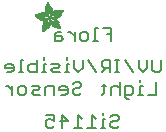
<source format=gbr>
G04 EAGLE Gerber RS-274X export*
G75*
%MOMM*%
%FSLAX34Y34*%
%LPD*%
%INSilkscreen Bottom*%
%IPPOS*%
%AMOC8*
5,1,8,0,0,1.08239X$1,22.5*%
G01*
%ADD10C,0.203200*%
%ADD11R,0.034300X0.003800*%
%ADD12R,0.057200X0.003800*%
%ADD13R,0.076200X0.003800*%
%ADD14R,0.091400X0.003800*%
%ADD15R,0.102900X0.003800*%
%ADD16R,0.114300X0.003900*%
%ADD17R,0.129500X0.003800*%
%ADD18R,0.137200X0.003800*%
%ADD19R,0.144800X0.003800*%
%ADD20R,0.152400X0.003800*%
%ADD21R,0.160000X0.003800*%
%ADD22R,0.171500X0.003800*%
%ADD23R,0.175300X0.003800*%
%ADD24R,0.182900X0.003800*%
%ADD25R,0.190500X0.003800*%
%ADD26R,0.194300X0.003900*%
%ADD27R,0.201900X0.003800*%
%ADD28R,0.209500X0.003800*%
%ADD29R,0.213400X0.003800*%
%ADD30R,0.221000X0.003800*%
%ADD31R,0.224800X0.003800*%
%ADD32R,0.232400X0.003800*%
%ADD33R,0.240000X0.003800*%
%ADD34R,0.243800X0.003800*%
%ADD35R,0.247600X0.003800*%
%ADD36R,0.255300X0.003900*%
%ADD37R,0.259100X0.003800*%
%ADD38R,0.262900X0.003800*%
%ADD39R,0.270500X0.003800*%
%ADD40R,0.274300X0.003800*%
%ADD41R,0.281900X0.003800*%
%ADD42R,0.285700X0.003800*%
%ADD43R,0.289500X0.003800*%
%ADD44R,0.297200X0.003800*%
%ADD45R,0.301000X0.003800*%
%ADD46R,0.304800X0.003900*%
%ADD47R,0.312400X0.003800*%
%ADD48R,0.316200X0.003800*%
%ADD49R,0.320000X0.003800*%
%ADD50R,0.327600X0.003800*%
%ADD51R,0.331500X0.003800*%
%ADD52R,0.339100X0.003800*%
%ADD53R,0.342900X0.003800*%
%ADD54R,0.346700X0.003800*%
%ADD55R,0.354300X0.003800*%
%ADD56R,0.358100X0.003900*%
%ADD57R,0.361900X0.003800*%
%ADD58R,0.369600X0.003800*%
%ADD59R,0.373400X0.003800*%
%ADD60R,0.377200X0.003800*%
%ADD61R,0.384800X0.003800*%
%ADD62R,0.388600X0.003800*%
%ADD63R,0.396200X0.003800*%
%ADD64R,0.400000X0.003800*%
%ADD65R,0.403800X0.003800*%
%ADD66R,0.411500X0.003900*%
%ADD67R,0.415300X0.003800*%
%ADD68R,0.419100X0.003800*%
%ADD69R,0.045700X0.003800*%
%ADD70R,0.426700X0.003800*%
%ADD71R,0.072400X0.003800*%
%ADD72R,0.430500X0.003800*%
%ADD73R,0.095300X0.003800*%
%ADD74R,0.438100X0.003800*%
%ADD75R,0.110500X0.003800*%
%ADD76R,0.441900X0.003800*%
%ADD77R,0.445800X0.003800*%
%ADD78R,0.144700X0.003800*%
%ADD79R,0.453400X0.003800*%
%ADD80R,0.457200X0.003800*%
%ADD81R,0.175300X0.003900*%
%ADD82R,0.461000X0.003900*%
%ADD83R,0.468600X0.003800*%
%ADD84R,0.205800X0.003800*%
%ADD85R,0.472400X0.003800*%
%ADD86R,0.217200X0.003800*%
%ADD87R,0.476200X0.003800*%
%ADD88R,0.483900X0.003800*%
%ADD89R,0.247700X0.003800*%
%ADD90R,0.487700X0.003800*%
%ADD91R,0.495300X0.003800*%
%ADD92R,0.499100X0.003800*%
%ADD93R,0.502900X0.003800*%
%ADD94R,0.510500X0.003800*%
%ADD95R,0.308600X0.003900*%
%ADD96R,0.514300X0.003900*%
%ADD97R,0.323800X0.003800*%
%ADD98R,0.518100X0.003800*%
%ADD99R,0.335300X0.003800*%
%ADD100R,0.525800X0.003800*%
%ADD101R,0.529600X0.003800*%
%ADD102R,0.358100X0.003800*%
%ADD103R,0.533400X0.003800*%
%ADD104R,0.537200X0.003800*%
%ADD105R,0.381000X0.003800*%
%ADD106R,0.544800X0.003800*%
%ADD107R,0.392400X0.003800*%
%ADD108R,0.548600X0.003800*%
%ADD109R,0.552400X0.003800*%
%ADD110R,0.556200X0.003800*%
%ADD111R,0.422900X0.003900*%
%ADD112R,0.560100X0.003900*%
%ADD113R,0.434300X0.003800*%
%ADD114R,0.563900X0.003800*%
%ADD115R,0.567700X0.003800*%
%ADD116R,0.461000X0.003800*%
%ADD117R,0.571500X0.003800*%
%ADD118R,0.575300X0.003800*%
%ADD119R,0.480100X0.003800*%
%ADD120R,0.579100X0.003800*%
%ADD121R,0.491500X0.003800*%
%ADD122R,0.582900X0.003800*%
%ADD123R,0.586700X0.003800*%
%ADD124R,0.510600X0.003800*%
%ADD125R,0.590500X0.003800*%
%ADD126R,0.522000X0.003800*%
%ADD127R,0.594300X0.003800*%
%ADD128R,0.533400X0.003900*%
%ADD129R,0.598200X0.003900*%
%ADD130R,0.541000X0.003800*%
%ADD131R,0.602000X0.003800*%
%ADD132R,0.552500X0.003800*%
%ADD133R,0.605800X0.003800*%
%ADD134R,0.560100X0.003800*%
%ADD135R,0.609600X0.003800*%
%ADD136R,0.613400X0.003800*%
%ADD137R,0.583000X0.003800*%
%ADD138R,0.617200X0.003800*%
%ADD139R,0.594400X0.003800*%
%ADD140R,0.621000X0.003800*%
%ADD141R,0.598200X0.003800*%
%ADD142R,0.624800X0.003800*%
%ADD143R,0.613500X0.003900*%
%ADD144R,0.628600X0.003900*%
%ADD145R,0.632400X0.003800*%
%ADD146R,0.628600X0.003800*%
%ADD147R,0.636300X0.003800*%
%ADD148R,0.640100X0.003800*%
%ADD149R,0.636200X0.003800*%
%ADD150R,0.643900X0.003800*%
%ADD151R,0.647700X0.003800*%
%ADD152R,0.651500X0.003800*%
%ADD153R,0.659100X0.003800*%
%ADD154R,0.659100X0.003900*%
%ADD155R,0.655300X0.003900*%
%ADD156R,0.662900X0.003800*%
%ADD157R,0.655300X0.003800*%
%ADD158R,0.670500X0.003800*%
%ADD159R,0.670600X0.003800*%
%ADD160R,0.674400X0.003800*%
%ADD161R,0.682000X0.003800*%
%ADD162R,0.666700X0.003800*%
%ADD163R,0.685800X0.003800*%
%ADD164R,0.689600X0.003800*%
%ADD165R,0.693400X0.003900*%
%ADD166R,0.674400X0.003900*%
%ADD167R,0.697200X0.003800*%
%ADD168R,0.678200X0.003800*%
%ADD169R,0.697300X0.003800*%
%ADD170R,0.701100X0.003800*%
%ADD171R,0.704900X0.003800*%
%ADD172R,0.708700X0.003800*%
%ADD173R,0.712500X0.003800*%
%ADD174R,0.716300X0.003800*%
%ADD175R,0.720100X0.003900*%
%ADD176R,0.689600X0.003900*%
%ADD177R,0.720000X0.003800*%
%ADD178R,0.693400X0.003800*%
%ADD179R,0.723900X0.003800*%
%ADD180R,0.727700X0.003800*%
%ADD181R,0.731500X0.003800*%
%ADD182R,0.701000X0.003800*%
%ADD183R,0.735300X0.003800*%
%ADD184R,0.731500X0.003900*%
%ADD185R,0.701000X0.003900*%
%ADD186R,0.704800X0.003800*%
%ADD187R,0.739100X0.003800*%
%ADD188R,0.743000X0.003800*%
%ADD189R,0.739200X0.003800*%
%ADD190R,0.743000X0.003900*%
%ADD191R,0.704800X0.003900*%
%ADD192R,0.746800X0.003800*%
%ADD193R,0.746800X0.003900*%
%ADD194R,0.742900X0.003800*%
%ADD195R,0.746700X0.003800*%
%ADD196R,0.746700X0.003900*%
%ADD197R,1.428800X0.003800*%
%ADD198R,1.424900X0.003800*%
%ADD199R,1.421100X0.003900*%
%ADD200R,1.421100X0.003800*%
%ADD201R,1.417300X0.003800*%
%ADD202R,1.413500X0.003800*%
%ADD203R,1.409700X0.003800*%
%ADD204R,1.405900X0.003800*%
%ADD205R,1.402100X0.003800*%
%ADD206R,1.398300X0.003800*%
%ADD207R,0.983000X0.003900*%
%ADD208R,0.384800X0.003900*%
%ADD209R,0.971600X0.003800*%
%ADD210R,0.963900X0.003800*%
%ADD211R,0.956300X0.003800*%
%ADD212R,0.365800X0.003800*%
%ADD213R,0.952500X0.003800*%
%ADD214R,0.941000X0.003800*%
%ADD215R,0.358200X0.003800*%
%ADD216R,0.937200X0.003800*%
%ADD217R,0.933400X0.003800*%
%ADD218R,0.354400X0.003800*%
%ADD219R,0.925800X0.003800*%
%ADD220R,0.350500X0.003800*%
%ADD221R,0.922000X0.003800*%
%ADD222R,0.918200X0.003900*%
%ADD223R,0.346700X0.003900*%
%ADD224R,0.910600X0.003800*%
%ADD225R,0.906800X0.003800*%
%ADD226R,0.903000X0.003800*%
%ADD227R,0.339000X0.003800*%
%ADD228R,0.895300X0.003800*%
%ADD229R,0.335200X0.003800*%
%ADD230R,0.887700X0.003800*%
%ADD231R,0.883900X0.003800*%
%ADD232R,0.331400X0.003800*%
%ADD233R,0.880100X0.003800*%
%ADD234R,0.876300X0.003800*%
%ADD235R,0.468600X0.003900*%
%ADD236R,0.396200X0.003900*%
%ADD237R,0.323800X0.003900*%
%ADD238R,0.449600X0.003800*%
%ADD239R,0.323900X0.003800*%
%ADD240R,0.442000X0.003800*%
%ADD241R,0.434400X0.003800*%
%ADD242R,0.320100X0.003800*%
%ADD243R,0.316300X0.003800*%
%ADD244R,0.426800X0.003800*%
%ADD245R,0.327700X0.003800*%
%ADD246R,0.312500X0.003800*%
%ADD247R,0.422900X0.003800*%
%ADD248R,0.308600X0.003800*%
%ADD249R,0.293400X0.003800*%
%ADD250R,0.304800X0.003800*%
%ADD251R,0.419100X0.003900*%
%ADD252R,0.285700X0.003900*%
%ADD253R,0.301000X0.003900*%
%ADD254R,0.411500X0.003800*%
%ADD255R,0.407700X0.003800*%
%ADD256R,0.289600X0.003800*%
%ADD257R,0.285800X0.003800*%
%ADD258R,0.403900X0.003800*%
%ADD259R,0.228600X0.003800*%
%ADD260R,0.403900X0.003900*%
%ADD261R,0.221000X0.003900*%
%ADD262R,0.278100X0.003900*%
%ADD263R,0.400100X0.003800*%
%ADD264R,0.209600X0.003800*%
%ADD265R,0.266700X0.003800*%
%ADD266R,0.038100X0.003800*%
%ADD267R,0.194300X0.003800*%
%ADD268R,0.148600X0.003800*%
%ADD269R,0.259000X0.003800*%
%ADD270R,0.182800X0.003800*%
%ADD271R,0.186700X0.003800*%
%ADD272R,0.251400X0.003800*%
%ADD273R,0.179100X0.003800*%
%ADD274R,0.236200X0.003800*%
%ADD275R,0.243900X0.003900*%
%ADD276R,0.282000X0.003900*%
%ADD277R,0.167700X0.003800*%
%ADD278R,0.236300X0.003800*%
%ADD279R,0.396300X0.003800*%
%ADD280R,0.163900X0.003800*%
%ADD281R,0.392500X0.003800*%
%ADD282R,0.160100X0.003800*%
%ADD283R,0.586800X0.003800*%
%ADD284R,0.148500X0.003800*%
%ADD285R,0.140900X0.003800*%
%ADD286R,0.392400X0.003900*%
%ADD287R,0.140900X0.003900*%
%ADD288R,0.647700X0.003900*%
%ADD289R,0.133300X0.003800*%
%ADD290R,0.674300X0.003800*%
%ADD291R,0.388700X0.003800*%
%ADD292R,0.125700X0.003800*%
%ADD293R,0.121900X0.003800*%
%ADD294R,0.720100X0.003800*%
%ADD295R,0.118100X0.003800*%
%ADD296R,0.118100X0.003900*%
%ADD297R,0.739100X0.003900*%
%ADD298R,0.114300X0.003800*%
%ADD299R,0.754400X0.003800*%
%ADD300R,0.765800X0.003800*%
%ADD301R,0.773400X0.003800*%
%ADD302R,0.784800X0.003800*%
%ADD303R,0.118200X0.003800*%
%ADD304R,0.792500X0.003800*%
%ADD305R,0.803900X0.003800*%
%ADD306R,0.122000X0.003800*%
%ADD307R,0.815400X0.003800*%
%ADD308R,0.125800X0.003800*%
%ADD309R,0.826800X0.003800*%
%ADD310R,0.369500X0.003900*%
%ADD311R,0.133400X0.003900*%
%ADD312R,0.842000X0.003900*%
%ADD313R,0.365700X0.003800*%
%ADD314R,1.009700X0.003800*%
%ADD315R,1.013500X0.003800*%
%ADD316R,0.362000X0.003800*%
%ADD317R,1.024900X0.003800*%
%ADD318R,1.028700X0.003800*%
%ADD319R,1.036300X0.003800*%
%ADD320R,1.047800X0.003800*%
%ADD321R,1.055400X0.003800*%
%ADD322R,1.070600X0.003800*%
%ADD323R,0.030500X0.003800*%
%ADD324R,1.436400X0.003800*%
%ADD325R,1.562100X0.003900*%
%ADD326R,1.588700X0.003800*%
%ADD327R,1.607800X0.003800*%
%ADD328R,1.626900X0.003800*%
%ADD329R,1.642100X0.003800*%
%ADD330R,1.657400X0.003800*%
%ADD331R,1.676400X0.003800*%
%ADD332R,1.687800X0.003800*%
%ADD333R,1.703000X0.003800*%
%ADD334R,1.714500X0.003800*%
%ADD335R,1.726000X0.003900*%
%ADD336R,1.741200X0.003800*%
%ADD337R,0.914400X0.003800*%
%ADD338R,0.769600X0.003800*%
%ADD339R,0.884000X0.003800*%
%ADD340R,0.712400X0.003800*%
%ADD341R,0.880100X0.003900*%
%ADD342R,0.887800X0.003800*%
%ADD343R,0.891600X0.003800*%
%ADD344R,0.895400X0.003800*%
%ADD345R,0.251500X0.003800*%
%ADD346R,0.579200X0.003900*%
%ADD347R,0.243900X0.003800*%
%ADD348R,0.556300X0.003800*%
%ADD349R,0.255200X0.003800*%
%ADD350R,0.529500X0.003800*%
%ADD351R,0.731600X0.003800*%
%ADD352R,0.525800X0.003900*%
%ADD353R,0.281900X0.003900*%
%ADD354R,0.735400X0.003900*%
%ADD355R,0.300900X0.003800*%
%ADD356R,0.762000X0.003800*%
%ADD357R,0.518200X0.003800*%
%ADD358R,0.350600X0.003800*%
%ADD359R,0.796300X0.003800*%
%ADD360R,0.807800X0.003800*%
%ADD361R,0.506700X0.003800*%
%ADD362R,0.849600X0.003800*%
%ADD363R,0.506700X0.003900*%
%ADD364R,1.371600X0.003900*%
%ADD365R,1.207800X0.003800*%
%ADD366R,0.503000X0.003800*%
%ADD367R,0.141000X0.003800*%
%ADD368R,1.203900X0.003800*%
%ADD369R,1.204000X0.003800*%
%ADD370R,1.200200X0.003800*%
%ADD371R,0.499100X0.003900*%
%ADD372R,0.156200X0.003900*%
%ADD373R,1.196400X0.003900*%
%ADD374R,1.196400X0.003800*%
%ADD375R,0.163800X0.003800*%
%ADD376R,0.167600X0.003800*%
%ADD377R,1.192500X0.003800*%
%ADD378R,0.499200X0.003800*%
%ADD379R,1.188700X0.003800*%
%ADD380R,0.506800X0.003800*%
%ADD381R,1.184900X0.003800*%
%ADD382R,0.510600X0.003900*%
%ADD383R,0.209600X0.003900*%
%ADD384R,1.181100X0.003900*%
%ADD385R,0.514400X0.003800*%
%ADD386R,1.181100X0.003800*%
%ADD387R,1.177300X0.003800*%
%ADD388R,0.240100X0.003800*%
%ADD389R,1.173500X0.003800*%
%ADD390R,1.169700X0.003800*%
%ADD391R,1.165900X0.003800*%
%ADD392R,1.162100X0.003800*%
%ADD393R,0.929700X0.003900*%
%ADD394R,1.162100X0.003900*%
%ADD395R,0.929700X0.003800*%
%ADD396R,1.154500X0.003800*%
%ADD397R,0.933500X0.003800*%
%ADD398R,1.150600X0.003800*%
%ADD399R,0.937300X0.003800*%
%ADD400R,1.146800X0.003800*%
%ADD401R,0.941100X0.003800*%
%ADD402R,1.139200X0.003800*%
%ADD403R,0.944900X0.003800*%
%ADD404R,1.135400X0.003800*%
%ADD405R,0.948700X0.003800*%
%ADD406R,1.127800X0.003800*%
%ADD407R,1.124000X0.003800*%
%ADD408R,1.116400X0.003800*%
%ADD409R,0.956300X0.003900*%
%ADD410R,1.104900X0.003900*%
%ADD411R,0.960100X0.003800*%
%ADD412R,1.093500X0.003800*%
%ADD413R,1.085900X0.003800*%
%ADD414R,0.967800X0.003800*%
%ADD415R,1.074500X0.003800*%
%ADD416R,1.063000X0.003800*%
%ADD417R,0.975400X0.003800*%
%ADD418R,1.036400X0.003800*%
%ADD419R,0.979200X0.003800*%
%ADD420R,1.021000X0.003800*%
%ADD421R,0.983000X0.003800*%
%ADD422R,1.009600X0.003800*%
%ADD423R,0.986800X0.003800*%
%ADD424R,0.998200X0.003800*%
%ADD425R,0.990600X0.003900*%
%ADD426R,0.986700X0.003900*%
%ADD427R,0.994400X0.003800*%
%ADD428R,0.975300X0.003800*%
%ADD429R,0.948600X0.003800*%
%ADD430R,1.002000X0.003800*%
%ADD431R,0.213300X0.003800*%
%ADD432R,0.217100X0.003800*%
%ADD433R,1.017300X0.003800*%
%ADD434R,0.666800X0.003800*%
%ADD435R,0.220900X0.003800*%
%ADD436R,1.028700X0.003900*%
%ADD437R,0.224700X0.003900*%
%ADD438R,1.032500X0.003800*%
%ADD439R,1.040100X0.003800*%
%ADD440R,1.043900X0.003800*%
%ADD441R,0.548700X0.003800*%
%ADD442R,1.051500X0.003800*%
%ADD443R,1.055300X0.003800*%
%ADD444R,1.059100X0.003800*%
%ADD445R,1.062900X0.003800*%
%ADD446R,0.255300X0.003800*%
%ADD447R,1.066800X0.003900*%
%ADD448R,0.259100X0.003900*%
%ADD449R,0.457200X0.003900*%
%ADD450R,0.423000X0.003800*%
%ADD451R,1.082100X0.003800*%
%ADD452R,0.274400X0.003800*%
%ADD453R,0.278200X0.003800*%
%ADD454R,1.101100X0.003800*%
%ADD455R,0.278100X0.003800*%
%ADD456R,0.876300X0.003900*%
%ADD457R,0.236200X0.003900*%
%ADD458R,0.289600X0.003900*%
%ADD459R,0.247700X0.003900*%
%ADD460R,0.049500X0.003800*%
%ADD461R,0.640100X0.003900*%
%ADD462R,0.659200X0.003800*%
%ADD463R,0.663000X0.003800*%
%ADD464R,0.872500X0.003900*%
%ADD465R,0.666800X0.003900*%
%ADD466R,0.872500X0.003800*%
%ADD467R,0.868700X0.003800*%
%ADD468R,0.864900X0.003800*%
%ADD469R,0.861100X0.003800*%
%ADD470R,0.857300X0.003800*%
%ADD471R,0.853400X0.003800*%
%ADD472R,0.845800X0.003800*%
%ADD473R,0.682000X0.003900*%
%ADD474R,0.842000X0.003800*%
%ADD475R,0.834400X0.003800*%
%ADD476R,0.823000X0.003800*%
%ADD477R,0.815300X0.003800*%
%ADD478R,0.811500X0.003800*%
%ADD479R,0.788700X0.003800*%
%ADD480R,0.777300X0.003900*%
%ADD481R,0.750600X0.003800*%
%ADD482R,0.735400X0.003800*%
%ADD483R,0.727800X0.003800*%
%ADD484R,0.628700X0.003800*%
%ADD485R,0.575400X0.003800*%
%ADD486R,0.670600X0.003900*%
%ADD487R,0.655400X0.003800*%
%ADD488R,0.651500X0.003900*%
%ADD489R,0.624800X0.003900*%
%ADD490R,0.594400X0.003900*%
%ADD491R,0.563900X0.003900*%
%ADD492R,0.541100X0.003800*%
%ADD493R,0.537300X0.003800*%
%ADD494R,0.525700X0.003800*%
%ADD495R,0.525700X0.003900*%
%ADD496R,0.514300X0.003800*%
%ADD497R,0.480100X0.003900*%
%ADD498R,0.464800X0.003800*%
%ADD499R,0.442000X0.003900*%
%ADD500R,0.438200X0.003800*%
%ADD501R,0.430600X0.003800*%
%ADD502R,0.407600X0.003800*%
%ADD503R,0.403800X0.003900*%
%ADD504R,0.365700X0.003900*%
%ADD505R,0.327700X0.003900*%
%ADD506R,0.243800X0.003900*%
%ADD507R,0.205800X0.003900*%
%ADD508R,0.198100X0.003800*%
%ADD509R,0.163800X0.003900*%
%ADD510R,0.137100X0.003800*%
%ADD511R,0.091500X0.003900*%
%ADD512R,0.060900X0.003800*%


D10*
X23146Y-33946D02*
X24925Y-32167D01*
X28485Y-32167D01*
X30264Y-33946D01*
X30264Y-35726D01*
X28485Y-37505D01*
X24925Y-37505D01*
X23146Y-39285D01*
X23146Y-41065D01*
X24925Y-42844D01*
X28485Y-42844D01*
X30264Y-41065D01*
X18570Y-35726D02*
X16791Y-35726D01*
X16791Y-42844D01*
X18570Y-42844D02*
X15011Y-42844D01*
X16791Y-32167D02*
X16791Y-30387D01*
X10774Y-35726D02*
X7215Y-32167D01*
X7215Y-42844D01*
X10774Y-42844D02*
X3656Y-42844D01*
X-920Y-35726D02*
X-4479Y-32167D01*
X-4479Y-42844D01*
X-920Y-42844D02*
X-8038Y-42844D01*
X-17952Y-42844D02*
X-17952Y-32167D01*
X-12614Y-37505D01*
X-19732Y-37505D01*
X-24308Y-32167D02*
X-31426Y-32167D01*
X-24308Y-32167D02*
X-24308Y-37505D01*
X-27867Y-35726D01*
X-29646Y-35726D01*
X-31426Y-37505D01*
X-31426Y-41065D01*
X-29646Y-42844D01*
X-26087Y-42844D01*
X-24308Y-41065D01*
X23914Y30816D02*
X23914Y41493D01*
X16796Y41493D01*
X20355Y36155D02*
X23914Y36155D01*
X12220Y41493D02*
X10441Y41493D01*
X10441Y30816D01*
X12220Y30816D02*
X8661Y30816D01*
X2645Y30816D02*
X-915Y30816D01*
X-2694Y32596D01*
X-2694Y36155D01*
X-915Y37934D01*
X2645Y37934D01*
X4424Y36155D01*
X4424Y32596D01*
X2645Y30816D01*
X-7270Y30816D02*
X-7270Y37934D01*
X-7270Y34375D02*
X-10829Y37934D01*
X-12608Y37934D01*
X-18794Y37934D02*
X-22353Y37934D01*
X-24133Y36155D01*
X-24133Y30816D01*
X-18794Y30816D01*
X-17015Y32596D01*
X-18794Y34375D01*
X-24133Y34375D01*
X62014Y-4227D02*
X62014Y-14904D01*
X54896Y-14904D01*
X50320Y-7786D02*
X48541Y-7786D01*
X48541Y-14904D01*
X50320Y-14904D02*
X46761Y-14904D01*
X48541Y-4227D02*
X48541Y-2447D01*
X38965Y-18463D02*
X37186Y-18463D01*
X35406Y-16684D01*
X35406Y-7786D01*
X40745Y-7786D01*
X42524Y-9565D01*
X42524Y-13125D01*
X40745Y-14904D01*
X35406Y-14904D01*
X30830Y-14904D02*
X30830Y-4227D01*
X29051Y-7786D02*
X30830Y-9565D01*
X29051Y-7786D02*
X25492Y-7786D01*
X23712Y-9565D01*
X23712Y-14904D01*
X17357Y-13125D02*
X17357Y-6006D01*
X17357Y-13125D02*
X15577Y-14904D01*
X15577Y-7786D02*
X19136Y-7786D01*
X-6825Y-4227D02*
X-8604Y-6006D01*
X-6825Y-4227D02*
X-3266Y-4227D01*
X-1486Y-6006D01*
X-1486Y-7786D01*
X-3266Y-9565D01*
X-6825Y-9565D01*
X-8604Y-11345D01*
X-8604Y-13125D01*
X-6825Y-14904D01*
X-3266Y-14904D01*
X-1486Y-13125D01*
X-14959Y-14904D02*
X-18519Y-14904D01*
X-14959Y-14904D02*
X-13180Y-13125D01*
X-13180Y-9565D01*
X-14959Y-7786D01*
X-18519Y-7786D01*
X-20298Y-9565D01*
X-20298Y-11345D01*
X-13180Y-11345D01*
X-24874Y-14904D02*
X-24874Y-7786D01*
X-30213Y-7786D01*
X-31992Y-9565D01*
X-31992Y-14904D01*
X-36568Y-14904D02*
X-41906Y-14904D01*
X-43686Y-13125D01*
X-41906Y-11345D01*
X-38347Y-11345D01*
X-36568Y-9565D01*
X-38347Y-7786D01*
X-43686Y-7786D01*
X-50041Y-14904D02*
X-53600Y-14904D01*
X-55380Y-13125D01*
X-55380Y-9565D01*
X-53600Y-7786D01*
X-50041Y-7786D01*
X-48262Y-9565D01*
X-48262Y-13125D01*
X-50041Y-14904D01*
X-59956Y-14904D02*
X-59956Y-7786D01*
X-59956Y-11345D02*
X-63515Y-7786D01*
X-65294Y-7786D01*
X65824Y5926D02*
X65824Y14823D01*
X65824Y5926D02*
X64045Y4146D01*
X60485Y4146D01*
X58706Y5926D01*
X58706Y14823D01*
X54130Y14823D02*
X54130Y7705D01*
X50571Y4146D01*
X47012Y7705D01*
X47012Y14823D01*
X42436Y4146D02*
X35318Y14823D01*
X30742Y4146D02*
X27183Y4146D01*
X28963Y4146D02*
X28963Y14823D01*
X30742Y14823D02*
X27183Y14823D01*
X22946Y14823D02*
X22946Y4146D01*
X22946Y14823D02*
X17608Y14823D01*
X15828Y13044D01*
X15828Y9485D01*
X17608Y7705D01*
X22946Y7705D01*
X19387Y7705D02*
X15828Y4146D01*
X11252Y4146D02*
X4134Y14823D01*
X-442Y14823D02*
X-442Y7705D01*
X-4001Y4146D01*
X-7560Y7705D01*
X-7560Y14823D01*
X-12136Y11264D02*
X-13915Y11264D01*
X-13915Y4146D01*
X-12136Y4146D02*
X-15695Y4146D01*
X-13915Y14823D02*
X-13915Y16603D01*
X-19932Y4146D02*
X-25270Y4146D01*
X-27050Y5926D01*
X-25270Y7705D01*
X-21711Y7705D01*
X-19932Y9485D01*
X-21711Y11264D01*
X-27050Y11264D01*
X-31626Y11264D02*
X-33405Y11264D01*
X-33405Y4146D01*
X-31626Y4146D02*
X-35185Y4146D01*
X-33405Y14823D02*
X-33405Y16603D01*
X-39422Y14823D02*
X-39422Y4146D01*
X-44760Y4146D01*
X-46540Y5926D01*
X-46540Y9485D01*
X-44760Y11264D01*
X-39422Y11264D01*
X-51116Y14823D02*
X-52895Y14823D01*
X-52895Y4146D01*
X-51116Y4146D02*
X-54675Y4146D01*
X-60691Y4146D02*
X-64250Y4146D01*
X-60691Y4146D02*
X-58912Y5926D01*
X-58912Y9485D01*
X-60691Y11264D01*
X-64250Y11264D01*
X-66030Y9485D01*
X-66030Y7705D01*
X-58912Y7705D01*
D11*
X-33579Y38100D03*
D12*
X-33579Y38138D03*
D13*
X-33560Y38176D03*
D14*
X-33560Y38214D03*
D15*
X-33579Y38252D03*
D16*
X-33560Y38291D03*
D17*
X-33560Y38329D03*
D18*
X-33560Y38367D03*
D19*
X-33560Y38405D03*
D20*
X-33522Y38443D03*
D21*
X-33522Y38481D03*
D22*
X-33503Y38519D03*
D23*
X-33484Y38557D03*
D24*
X-33484Y38595D03*
D25*
X-33446Y38633D03*
D26*
X-33427Y38672D03*
D27*
X-33427Y38710D03*
D28*
X-33389Y38748D03*
D29*
X-33369Y38786D03*
D30*
X-33331Y38824D03*
D31*
X-33312Y38862D03*
D32*
X-33312Y38900D03*
D33*
X-33274Y38938D03*
D34*
X-33255Y38976D03*
D35*
X-33236Y39014D03*
D36*
X-33198Y39053D03*
D37*
X-33179Y39091D03*
D38*
X-33160Y39129D03*
D39*
X-33122Y39167D03*
D40*
X-33103Y39205D03*
D41*
X-33065Y39243D03*
D42*
X-33046Y39281D03*
D43*
X-33027Y39319D03*
D44*
X-32988Y39357D03*
D45*
X-32969Y39395D03*
D46*
X-32950Y39434D03*
D47*
X-32912Y39472D03*
D48*
X-32893Y39510D03*
D49*
X-32874Y39548D03*
D50*
X-32836Y39586D03*
D51*
X-32817Y39624D03*
D52*
X-32779Y39662D03*
D53*
X-32760Y39700D03*
D54*
X-32741Y39738D03*
D55*
X-32703Y39776D03*
D56*
X-32684Y39815D03*
D57*
X-32665Y39853D03*
D58*
X-32626Y39891D03*
D59*
X-32607Y39929D03*
D60*
X-32588Y39967D03*
D61*
X-32550Y40005D03*
D62*
X-32531Y40043D03*
D63*
X-32493Y40081D03*
D64*
X-32474Y40119D03*
D65*
X-32455Y40157D03*
D66*
X-32417Y40196D03*
D67*
X-32398Y40234D03*
D68*
X-32379Y40272D03*
D69*
X-19616Y40310D03*
D70*
X-32341Y40310D03*
D71*
X-19634Y40348D03*
D72*
X-32322Y40348D03*
D73*
X-19673Y40386D03*
D74*
X-32284Y40386D03*
D75*
X-19711Y40424D03*
D76*
X-32265Y40424D03*
D17*
X-19730Y40462D03*
D77*
X-32245Y40462D03*
D78*
X-19768Y40500D03*
D79*
X-32207Y40500D03*
D21*
X-19806Y40538D03*
D80*
X-32188Y40538D03*
D81*
X-19844Y40577D03*
D82*
X-32169Y40577D03*
D25*
X-19882Y40615D03*
D83*
X-32131Y40615D03*
D84*
X-19920Y40653D03*
D85*
X-32112Y40653D03*
D86*
X-19977Y40691D03*
D87*
X-32093Y40691D03*
D32*
X-20015Y40729D03*
D88*
X-32055Y40729D03*
D89*
X-20054Y40767D03*
D90*
X-32036Y40767D03*
D37*
X-20111Y40805D03*
D91*
X-31998Y40805D03*
D40*
X-20149Y40843D03*
D92*
X-31979Y40843D03*
D42*
X-20206Y40881D03*
D93*
X-31960Y40881D03*
D44*
X-20263Y40919D03*
D94*
X-31922Y40919D03*
D95*
X-20320Y40958D03*
D96*
X-31903Y40958D03*
D97*
X-20358Y40996D03*
D98*
X-31884Y40996D03*
D99*
X-20416Y41034D03*
D100*
X-31845Y41034D03*
D54*
X-20473Y41072D03*
D101*
X-31826Y41072D03*
D102*
X-20530Y41110D03*
D103*
X-31807Y41110D03*
D58*
X-20587Y41148D03*
D104*
X-31788Y41148D03*
D105*
X-20644Y41186D03*
D106*
X-31750Y41186D03*
D107*
X-20701Y41224D03*
D108*
X-31731Y41224D03*
D65*
X-20758Y41262D03*
D109*
X-31712Y41262D03*
D67*
X-20816Y41300D03*
D110*
X-31693Y41300D03*
D111*
X-20892Y41339D03*
D112*
X-31674Y41339D03*
D113*
X-20949Y41377D03*
D114*
X-31655Y41377D03*
D77*
X-21006Y41415D03*
D115*
X-31636Y41415D03*
D116*
X-21082Y41453D03*
D117*
X-31617Y41453D03*
D85*
X-21139Y41491D03*
D118*
X-31598Y41491D03*
D119*
X-21216Y41529D03*
D120*
X-31579Y41529D03*
D121*
X-21273Y41567D03*
D122*
X-31560Y41567D03*
D93*
X-21330Y41605D03*
D123*
X-31541Y41605D03*
D124*
X-21406Y41643D03*
D125*
X-31522Y41643D03*
D126*
X-21463Y41681D03*
D127*
X-31503Y41681D03*
D128*
X-21520Y41720D03*
D129*
X-31483Y41720D03*
D130*
X-21596Y41758D03*
D131*
X-31464Y41758D03*
D132*
X-21654Y41796D03*
D133*
X-31445Y41796D03*
D134*
X-21692Y41834D03*
D133*
X-31445Y41834D03*
D117*
X-21749Y41872D03*
D135*
X-31426Y41872D03*
D118*
X-21806Y41910D03*
D136*
X-31407Y41910D03*
D137*
X-21844Y41948D03*
D138*
X-31388Y41948D03*
D139*
X-21901Y41986D03*
D140*
X-31369Y41986D03*
D141*
X-21958Y42024D03*
D140*
X-31369Y42024D03*
D133*
X-21996Y42062D03*
D142*
X-31350Y42062D03*
D143*
X-22035Y42101D03*
D144*
X-31331Y42101D03*
D136*
X-22073Y42139D03*
D145*
X-31312Y42139D03*
D140*
X-22111Y42177D03*
D145*
X-31312Y42177D03*
D146*
X-22149Y42215D03*
D147*
X-31293Y42215D03*
D145*
X-22206Y42253D03*
D148*
X-31274Y42253D03*
D149*
X-22225Y42291D03*
D150*
X-31255Y42291D03*
X-22264Y42329D03*
X-31255Y42329D03*
D151*
X-22321Y42367D03*
X-31236Y42367D03*
D152*
X-22340Y42405D03*
X-31217Y42405D03*
D153*
X-22378Y42443D03*
D152*
X-31217Y42443D03*
D154*
X-22416Y42482D03*
D155*
X-31198Y42482D03*
D156*
X-22435Y42520D03*
D157*
X-31198Y42520D03*
D158*
X-22473Y42558D03*
D153*
X-31179Y42558D03*
D159*
X-22511Y42596D03*
D156*
X-31160Y42596D03*
D160*
X-22530Y42634D03*
D156*
X-31160Y42634D03*
D161*
X-22568Y42672D03*
D162*
X-31141Y42672D03*
D161*
X-22606Y42710D03*
D162*
X-31141Y42710D03*
D163*
X-22625Y42748D03*
D158*
X-31122Y42748D03*
D164*
X-22644Y42786D03*
D158*
X-31122Y42786D03*
D164*
X-22682Y42824D03*
D160*
X-31102Y42824D03*
D165*
X-22701Y42863D03*
D166*
X-31102Y42863D03*
D167*
X-22720Y42901D03*
D168*
X-31083Y42901D03*
D169*
X-22759Y42939D03*
D168*
X-31083Y42939D03*
D170*
X-22778Y42977D03*
D168*
X-31083Y42977D03*
D171*
X-22797Y43015D03*
D161*
X-31064Y43015D03*
D171*
X-22835Y43053D03*
D161*
X-31064Y43053D03*
D172*
X-22854Y43091D03*
D163*
X-31045Y43091D03*
D173*
X-22873Y43129D03*
D163*
X-31045Y43129D03*
D173*
X-22911Y43167D03*
D163*
X-31045Y43167D03*
D174*
X-22930Y43205D03*
D164*
X-31026Y43205D03*
D175*
X-22949Y43244D03*
D176*
X-31026Y43244D03*
D177*
X-22987Y43282D03*
D178*
X-31007Y43282D03*
D179*
X-23007Y43320D03*
D178*
X-31007Y43320D03*
D179*
X-23007Y43358D03*
D178*
X-31007Y43358D03*
D179*
X-23045Y43396D03*
D178*
X-31007Y43396D03*
D180*
X-23064Y43434D03*
D167*
X-30988Y43434D03*
D181*
X-23083Y43472D03*
D167*
X-30988Y43472D03*
D180*
X-23102Y43510D03*
D167*
X-30988Y43510D03*
D181*
X-23121Y43548D03*
D182*
X-30969Y43548D03*
D183*
X-23140Y43586D03*
D182*
X-30969Y43586D03*
D184*
X-23159Y43625D03*
D185*
X-30969Y43625D03*
D183*
X-23178Y43663D03*
D182*
X-30969Y43663D03*
D183*
X-23178Y43701D03*
D186*
X-30950Y43701D03*
D183*
X-23216Y43739D03*
D182*
X-30931Y43739D03*
D187*
X-23235Y43777D03*
D182*
X-30931Y43777D03*
D187*
X-23235Y43815D03*
D182*
X-30931Y43815D03*
D187*
X-23273Y43853D03*
D182*
X-30931Y43853D03*
D187*
X-23273Y43891D03*
D182*
X-30931Y43891D03*
D188*
X-23292Y43929D03*
D186*
X-30912Y43929D03*
D189*
X-23311Y43967D03*
D186*
X-30912Y43967D03*
D190*
X-23330Y44006D03*
D191*
X-30912Y44006D03*
D188*
X-23330Y44044D03*
D186*
X-30912Y44044D03*
D188*
X-23368Y44082D03*
D186*
X-30912Y44082D03*
D188*
X-23368Y44120D03*
D186*
X-30912Y44120D03*
D188*
X-23368Y44158D03*
D186*
X-30912Y44158D03*
D188*
X-23406Y44196D03*
D182*
X-30893Y44196D03*
D188*
X-23406Y44234D03*
D182*
X-30893Y44234D03*
D192*
X-23425Y44272D03*
D182*
X-30893Y44272D03*
D188*
X-23444Y44310D03*
D182*
X-30893Y44310D03*
D188*
X-23444Y44348D03*
D182*
X-30893Y44348D03*
D193*
X-23463Y44387D03*
D185*
X-30893Y44387D03*
D194*
X-23483Y44425D03*
D182*
X-30893Y44425D03*
D194*
X-23483Y44463D03*
D167*
X-30874Y44463D03*
D195*
X-23502Y44501D03*
D167*
X-30874Y44501D03*
D194*
X-23521Y44539D03*
D167*
X-30874Y44539D03*
D194*
X-23521Y44577D03*
D167*
X-30874Y44577D03*
D194*
X-23521Y44615D03*
D167*
X-30874Y44615D03*
D195*
X-23540Y44653D03*
D178*
X-30855Y44653D03*
D194*
X-23559Y44691D03*
D178*
X-30855Y44691D03*
D194*
X-23559Y44729D03*
D178*
X-30855Y44729D03*
D196*
X-23578Y44768D03*
D165*
X-30855Y44768D03*
D194*
X-23597Y44806D03*
D164*
X-30836Y44806D03*
D194*
X-23597Y44844D03*
D164*
X-30836Y44844D03*
D195*
X-23616Y44882D03*
D164*
X-30836Y44882D03*
D194*
X-23635Y44920D03*
D164*
X-30836Y44920D03*
D194*
X-23635Y44958D03*
D163*
X-30817Y44958D03*
D194*
X-23635Y44996D03*
D163*
X-30817Y44996D03*
D197*
X-27102Y45034D03*
X-27102Y45072D03*
D198*
X-27083Y45110D03*
D199*
X-27102Y45149D03*
D200*
X-27102Y45187D03*
D201*
X-27083Y45225D03*
D202*
X-27102Y45263D03*
X-27102Y45301D03*
D203*
X-27083Y45339D03*
D204*
X-27102Y45377D03*
X-27102Y45415D03*
D205*
X-27083Y45453D03*
D206*
X-27102Y45491D03*
D207*
X-25025Y45530D03*
D208*
X-32131Y45530D03*
D209*
X-24968Y45568D03*
D60*
X-32169Y45568D03*
D210*
X-24969Y45606D03*
D59*
X-32188Y45606D03*
D211*
X-24931Y45644D03*
D212*
X-32188Y45644D03*
D213*
X-24912Y45682D03*
D212*
X-32188Y45682D03*
D214*
X-24892Y45720D03*
D215*
X-32188Y45720D03*
D216*
X-24873Y45758D03*
D215*
X-32188Y45758D03*
D217*
X-24854Y45796D03*
D218*
X-32169Y45796D03*
D219*
X-24854Y45834D03*
D220*
X-32189Y45834D03*
D221*
X-24835Y45872D03*
D54*
X-32170Y45872D03*
D222*
X-24816Y45911D03*
D223*
X-32170Y45911D03*
D224*
X-24816Y45949D03*
D53*
X-32151Y45949D03*
D225*
X-24797Y45987D03*
D53*
X-32151Y45987D03*
D226*
X-24778Y46025D03*
D227*
X-32131Y46025D03*
D228*
X-24778Y46063D03*
D227*
X-32131Y46063D03*
D228*
X-24778Y46101D03*
D229*
X-32112Y46101D03*
D230*
X-24778Y46139D03*
D229*
X-32112Y46139D03*
D231*
X-24759Y46177D03*
D232*
X-32093Y46177D03*
D233*
X-24740Y46215D03*
D50*
X-32074Y46215D03*
D234*
X-24759Y46253D03*
D50*
X-32074Y46253D03*
D235*
X-22720Y46292D03*
D236*
X-27121Y46292D03*
D237*
X-32055Y46292D03*
D238*
X-22663Y46330D03*
D58*
X-27216Y46330D03*
D239*
X-32017Y46330D03*
D240*
X-22625Y46368D03*
D102*
X-27274Y46368D03*
D239*
X-32017Y46368D03*
D241*
X-22625Y46406D03*
D54*
X-27293Y46406D03*
D242*
X-31998Y46406D03*
D241*
X-22625Y46444D03*
D99*
X-27312Y46444D03*
D243*
X-31979Y46444D03*
D244*
X-22625Y46482D03*
D245*
X-27350Y46482D03*
D246*
X-31960Y46482D03*
D244*
X-22625Y46520D03*
D243*
X-27369Y46520D03*
D246*
X-31960Y46520D03*
D247*
X-22645Y46558D03*
D248*
X-27407Y46558D03*
D246*
X-31922Y46558D03*
D247*
X-22645Y46596D03*
D45*
X-27407Y46596D03*
D248*
X-31902Y46596D03*
D68*
X-22664Y46634D03*
D249*
X-27445Y46634D03*
D250*
X-31883Y46634D03*
D251*
X-22664Y46673D03*
D252*
X-27445Y46673D03*
D253*
X-31864Y46673D03*
D67*
X-22683Y46711D03*
D40*
X-27464Y46711D03*
D45*
X-31826Y46711D03*
D67*
X-22683Y46749D03*
D39*
X-27483Y46749D03*
D44*
X-31807Y46749D03*
D254*
X-22702Y46787D03*
D38*
X-27483Y46787D03*
D249*
X-31788Y46787D03*
D254*
X-22702Y46825D03*
D37*
X-27502Y46825D03*
D249*
X-31750Y46825D03*
D255*
X-22721Y46863D03*
D35*
X-27521Y46863D03*
D256*
X-31731Y46863D03*
D255*
X-22759Y46901D03*
D34*
X-27540Y46901D03*
D257*
X-31712Y46901D03*
D255*
X-22759Y46939D03*
D33*
X-27559Y46939D03*
D257*
X-31674Y46939D03*
D258*
X-22778Y46977D03*
D32*
X-27559Y46977D03*
D41*
X-31655Y46977D03*
D255*
X-22797Y47015D03*
D259*
X-27578Y47015D03*
D41*
X-31617Y47015D03*
D260*
X-22816Y47054D03*
D261*
X-27578Y47054D03*
D262*
X-31598Y47054D03*
D263*
X-22835Y47092D03*
D86*
X-27597Y47092D03*
D39*
X-31560Y47092D03*
D258*
X-22854Y47130D03*
D264*
X-27597Y47130D03*
D39*
X-31522Y47130D03*
D263*
X-22873Y47168D03*
D84*
X-27616Y47168D03*
D265*
X-31503Y47168D03*
D266*
X-33979Y47168D03*
D64*
X-22911Y47206D03*
D27*
X-27636Y47206D03*
D38*
X-31446Y47206D03*
D75*
X-33998Y47206D03*
D64*
X-22911Y47244D03*
D267*
X-27636Y47244D03*
D37*
X-31427Y47244D03*
D268*
X-33998Y47244D03*
D64*
X-22949Y47282D03*
D25*
X-27655Y47282D03*
D269*
X-31388Y47282D03*
D270*
X-34017Y47282D03*
D63*
X-22968Y47320D03*
D271*
X-27674Y47320D03*
D272*
X-31350Y47320D03*
D29*
X-34017Y47320D03*
D63*
X-23006Y47358D03*
D273*
X-27674Y47358D03*
D272*
X-31312Y47358D03*
D274*
X-34017Y47358D03*
D64*
X-23025Y47396D03*
D273*
X-27674Y47396D03*
D34*
X-31274Y47396D03*
D269*
X-34017Y47396D03*
D236*
X-23044Y47435D03*
D81*
X-27693Y47435D03*
D275*
X-31236Y47435D03*
D276*
X-34017Y47435D03*
D63*
X-23082Y47473D03*
D277*
X-27693Y47473D03*
D278*
X-31198Y47473D03*
D45*
X-34036Y47473D03*
D279*
X-23121Y47511D03*
D280*
X-27712Y47511D03*
D278*
X-31160Y47511D03*
D49*
X-34017Y47511D03*
D281*
X-23140Y47549D03*
D282*
X-27731Y47549D03*
D259*
X-31121Y47549D03*
D53*
X-34017Y47549D03*
D279*
X-23159Y47587D03*
D282*
X-27731Y47587D03*
D283*
X-32874Y47587D03*
D279*
X-23197Y47625D03*
D20*
X-27730Y47625D03*
D141*
X-32893Y47625D03*
D281*
X-23216Y47663D03*
D284*
X-27750Y47663D03*
D133*
X-32931Y47663D03*
D107*
X-23254Y47701D03*
D284*
X-27750Y47701D03*
D140*
X-32969Y47701D03*
D107*
X-23292Y47739D03*
D78*
X-27769Y47739D03*
D142*
X-32988Y47739D03*
D107*
X-23330Y47777D03*
D285*
X-27788Y47777D03*
D147*
X-33008Y47777D03*
D286*
X-23368Y47816D03*
D287*
X-27788Y47816D03*
D288*
X-33027Y47816D03*
D62*
X-23387Y47854D03*
D289*
X-27788Y47854D03*
D157*
X-33065Y47854D03*
D62*
X-23425Y47892D03*
D289*
X-27788Y47892D03*
D162*
X-33084Y47892D03*
D62*
X-23463Y47930D03*
D17*
X-27807Y47930D03*
D290*
X-33084Y47930D03*
D62*
X-23501Y47968D03*
D17*
X-27807Y47968D03*
D163*
X-33103Y47968D03*
D291*
X-23540Y48006D03*
D292*
X-27826Y48006D03*
D178*
X-33141Y48006D03*
D291*
X-23578Y48044D03*
D292*
X-27826Y48044D03*
D170*
X-33141Y48044D03*
D62*
X-23616Y48082D03*
D293*
X-27845Y48082D03*
D173*
X-33160Y48082D03*
D61*
X-23673Y48120D03*
D293*
X-27845Y48120D03*
D294*
X-33160Y48120D03*
D61*
X-23711Y48158D03*
D295*
X-27864Y48158D03*
D180*
X-33160Y48158D03*
D208*
X-23749Y48197D03*
D296*
X-27864Y48197D03*
D297*
X-33179Y48197D03*
D61*
X-23787Y48235D03*
D298*
X-27883Y48235D03*
D192*
X-33179Y48235D03*
D105*
X-23844Y48273D03*
D295*
X-27902Y48273D03*
D299*
X-33179Y48273D03*
D105*
X-23882Y48311D03*
D295*
X-27902Y48311D03*
D300*
X-33198Y48311D03*
D105*
X-23959Y48349D03*
D295*
X-27902Y48349D03*
D301*
X-33198Y48349D03*
D105*
X-23997Y48387D03*
D298*
X-27921Y48387D03*
D302*
X-33217Y48387D03*
D60*
X-24054Y48425D03*
D303*
X-27940Y48425D03*
D304*
X-33217Y48425D03*
D59*
X-24111Y48463D03*
D303*
X-27940Y48463D03*
D305*
X-33198Y48463D03*
D59*
X-24187Y48501D03*
D306*
X-27959Y48501D03*
D307*
X-33217Y48501D03*
D59*
X-24225Y48539D03*
D308*
X-27978Y48539D03*
D309*
X-33198Y48539D03*
D310*
X-24321Y48578D03*
D311*
X-28016Y48578D03*
D312*
X-33198Y48578D03*
D313*
X-24378Y48616D03*
D314*
X-32398Y48616D03*
D212*
X-24454Y48654D03*
D315*
X-32417Y48654D03*
D316*
X-24549Y48692D03*
D317*
X-32436Y48692D03*
D102*
X-24645Y48730D03*
D318*
X-32455Y48730D03*
D55*
X-24740Y48768D03*
D319*
X-32455Y48768D03*
D220*
X-24835Y48806D03*
D320*
X-32474Y48806D03*
D54*
X-24969Y48844D03*
D321*
X-32474Y48844D03*
D54*
X-25083Y48882D03*
D322*
X-32474Y48882D03*
D323*
X-22854Y48920D03*
D324*
X-30683Y48920D03*
D325*
X-30093Y48959D03*
D326*
X-30036Y48997D03*
D327*
X-29978Y49035D03*
D328*
X-29960Y49073D03*
D329*
X-29922Y49111D03*
D330*
X-29883Y49149D03*
D331*
X-29864Y49187D03*
D332*
X-29845Y49225D03*
D333*
X-29845Y49263D03*
D334*
X-29826Y49301D03*
D335*
X-29807Y49340D03*
D336*
X-29807Y49378D03*
D337*
X-25597Y49416D03*
D338*
X-34703Y49416D03*
D228*
X-25426Y49454D03*
D188*
X-34874Y49454D03*
D231*
X-25331Y49492D03*
D181*
X-35008Y49492D03*
D339*
X-25254Y49530D03*
D294*
X-35103Y49530D03*
D231*
X-25178Y49568D03*
D340*
X-35217Y49568D03*
D233*
X-25121Y49606D03*
D171*
X-35294Y49606D03*
D233*
X-25045Y49644D03*
D169*
X-35370Y49644D03*
D233*
X-25007Y49682D03*
D167*
X-35446Y49682D03*
D341*
X-24969Y49721D03*
D165*
X-35503Y49721D03*
D342*
X-24930Y49759D03*
D164*
X-35598Y49759D03*
D342*
X-24892Y49797D03*
D164*
X-35636Y49797D03*
D343*
X-24873Y49835D03*
D163*
X-35693Y49835D03*
D344*
X-24854Y49873D03*
D163*
X-35770Y49873D03*
D226*
X-24816Y49911D03*
D163*
X-35808Y49911D03*
D225*
X-24797Y49949D03*
D161*
X-35865Y49949D03*
D224*
X-24778Y49987D03*
D163*
X-35922Y49987D03*
D135*
X-23235Y50025D03*
D38*
X-28017Y50025D03*
D163*
X-35960Y50025D03*
D125*
X-23102Y50063D03*
D345*
X-28112Y50063D03*
D164*
X-36017Y50063D03*
D346*
X-23006Y50102D03*
D275*
X-28150Y50102D03*
D176*
X-36055Y50102D03*
D115*
X-22911Y50140D03*
D347*
X-28188Y50140D03*
D178*
X-36074Y50140D03*
D114*
X-22854Y50178D03*
D34*
X-28226Y50178D03*
D169*
X-36132Y50178D03*
D134*
X-22759Y50216D03*
D35*
X-28245Y50216D03*
D169*
X-36170Y50216D03*
D348*
X-22702Y50254D03*
D35*
X-28283Y50254D03*
D171*
X-36208Y50254D03*
D108*
X-22625Y50292D03*
D272*
X-28302Y50292D03*
D172*
X-36227Y50292D03*
D130*
X-22587Y50330D03*
D349*
X-28321Y50330D03*
D173*
X-36246Y50330D03*
D104*
X-22530Y50368D03*
D38*
X-28360Y50368D03*
D294*
X-36284Y50368D03*
D103*
X-22473Y50406D03*
D265*
X-28379Y50406D03*
D179*
X-36303Y50406D03*
D350*
X-22416Y50444D03*
D40*
X-28417Y50444D03*
D351*
X-36341Y50444D03*
D352*
X-22358Y50483D03*
D353*
X-28455Y50483D03*
D354*
X-36360Y50483D03*
D100*
X-22320Y50521D03*
D43*
X-28493Y50521D03*
D188*
X-36360Y50521D03*
D126*
X-22263Y50559D03*
D355*
X-28512Y50559D03*
D299*
X-36379Y50559D03*
D126*
X-22225Y50597D03*
D248*
X-28550Y50597D03*
D356*
X-36379Y50597D03*
D357*
X-22168Y50635D03*
D239*
X-28588Y50635D03*
D338*
X-36379Y50635D03*
D357*
X-22130Y50673D03*
D99*
X-28645Y50673D03*
D302*
X-36379Y50673D03*
D94*
X-22092Y50711D03*
D358*
X-28683Y50711D03*
D359*
X-36361Y50711D03*
D94*
X-22054Y50749D03*
D58*
X-28740Y50749D03*
D360*
X-36341Y50749D03*
D361*
X-21997Y50787D03*
D62*
X-28835Y50787D03*
D309*
X-36322Y50787D03*
D361*
X-21959Y50825D03*
D67*
X-28931Y50825D03*
D362*
X-36246Y50825D03*
D363*
X-21921Y50864D03*
D364*
X-33674Y50864D03*
D93*
X-21902Y50902D03*
D19*
X-27502Y50902D03*
D365*
X-34531Y50902D03*
D366*
X-21863Y50940D03*
D367*
X-27445Y50940D03*
D368*
X-34589Y50940D03*
D366*
X-21825Y50978D03*
D285*
X-27407Y50978D03*
D368*
X-34627Y50978D03*
D92*
X-21806Y51016D03*
D285*
X-27369Y51016D03*
D368*
X-34665Y51016D03*
D92*
X-21768Y51054D03*
D78*
X-27350Y51054D03*
D369*
X-34703Y51054D03*
D92*
X-21730Y51092D03*
D19*
X-27311Y51092D03*
D370*
X-34722Y51092D03*
D92*
X-21692Y51130D03*
D19*
X-27273Y51130D03*
D370*
X-34760Y51130D03*
D91*
X-21673Y51168D03*
D268*
X-27254Y51168D03*
D370*
X-34798Y51168D03*
D91*
X-21635Y51206D03*
D20*
X-27197Y51206D03*
D370*
X-34798Y51206D03*
D371*
X-21616Y51245D03*
D372*
X-27178Y51245D03*
D373*
X-34817Y51245D03*
D92*
X-21578Y51283D03*
D21*
X-27159Y51283D03*
D374*
X-34855Y51283D03*
D91*
X-21559Y51321D03*
D375*
X-27102Y51321D03*
D374*
X-34855Y51321D03*
D92*
X-21540Y51359D03*
D376*
X-27083Y51359D03*
D377*
X-34875Y51359D03*
D92*
X-21502Y51397D03*
D23*
X-27045Y51397D03*
D377*
X-34875Y51397D03*
D366*
X-21482Y51435D03*
D273*
X-27026Y51435D03*
D377*
X-34913Y51435D03*
D378*
X-21463Y51473D03*
D24*
X-26969Y51473D03*
D377*
X-34913Y51473D03*
D366*
X-21444Y51511D03*
D25*
X-26931Y51511D03*
D379*
X-34932Y51511D03*
D380*
X-21425Y51549D03*
D267*
X-26912Y51549D03*
D379*
X-34932Y51549D03*
D380*
X-21425Y51587D03*
D27*
X-26874Y51587D03*
D381*
X-34951Y51587D03*
D382*
X-21406Y51626D03*
D383*
X-26835Y51626D03*
D384*
X-34932Y51626D03*
D385*
X-21387Y51664D03*
D29*
X-26778Y51664D03*
D386*
X-34932Y51664D03*
D357*
X-21368Y51702D03*
D30*
X-26740Y51702D03*
D387*
X-34951Y51702D03*
D357*
X-21368Y51740D03*
D32*
X-26683Y51740D03*
D387*
X-34951Y51740D03*
D100*
X-21368Y51778D03*
D388*
X-26645Y51778D03*
D389*
X-34970Y51778D03*
D101*
X-21349Y51816D03*
D345*
X-26588Y51816D03*
D389*
X-34970Y51816D03*
D104*
X-21349Y51854D03*
D38*
X-26531Y51854D03*
D390*
X-34951Y51854D03*
D130*
X-21368Y51892D03*
D40*
X-26474Y51892D03*
D391*
X-34970Y51892D03*
D109*
X-21387Y51930D03*
D256*
X-26397Y51930D03*
D391*
X-34970Y51930D03*
D117*
X-21444Y51968D03*
D47*
X-26283Y51968D03*
D392*
X-34951Y51968D03*
D393*
X-23197Y52007D03*
D394*
X-34951Y52007D03*
D395*
X-23197Y52045D03*
D396*
X-34951Y52045D03*
D397*
X-23178Y52083D03*
D398*
X-34931Y52083D03*
D399*
X-23159Y52121D03*
D398*
X-34931Y52121D03*
D399*
X-23159Y52159D03*
D400*
X-34912Y52159D03*
D401*
X-23140Y52197D03*
D402*
X-34912Y52197D03*
D403*
X-23121Y52235D03*
D404*
X-34893Y52235D03*
D405*
X-23102Y52273D03*
D406*
X-34855Y52273D03*
D405*
X-23102Y52311D03*
D407*
X-34836Y52311D03*
D213*
X-23083Y52349D03*
D408*
X-34798Y52349D03*
D409*
X-23064Y52388D03*
D410*
X-34779Y52388D03*
D411*
X-23045Y52426D03*
D412*
X-34722Y52426D03*
D411*
X-23045Y52464D03*
D413*
X-34684Y52464D03*
D414*
X-23044Y52502D03*
D415*
X-34627Y52502D03*
D209*
X-23025Y52540D03*
D416*
X-34569Y52540D03*
D417*
X-23006Y52578D03*
D320*
X-34493Y52578D03*
D417*
X-23006Y52616D03*
D418*
X-34436Y52616D03*
D419*
X-22987Y52654D03*
D420*
X-34398Y52654D03*
D421*
X-22968Y52692D03*
D422*
X-34341Y52692D03*
D423*
X-22949Y52730D03*
D424*
X-34284Y52730D03*
D425*
X-22968Y52769D03*
D426*
X-34227Y52769D03*
D427*
X-22949Y52807D03*
D428*
X-34170Y52807D03*
D424*
X-22930Y52845D03*
D210*
X-34113Y52845D03*
D424*
X-22930Y52883D03*
D429*
X-34036Y52883D03*
D430*
X-22911Y52921D03*
D216*
X-33979Y52921D03*
D422*
X-22911Y52959D03*
D28*
X-30341Y52959D03*
D173*
X-34989Y52959D03*
D315*
X-22892Y52997D03*
D431*
X-30360Y52997D03*
D169*
X-34951Y52997D03*
D315*
X-22892Y53035D03*
D432*
X-30379Y53035D03*
D161*
X-34912Y53035D03*
D433*
X-22873Y53073D03*
D432*
X-30379Y53073D03*
D434*
X-34874Y53073D03*
D317*
X-22873Y53111D03*
D435*
X-30398Y53111D03*
D151*
X-34856Y53111D03*
D436*
X-22854Y53150D03*
D437*
X-30417Y53150D03*
D144*
X-34798Y53150D03*
D318*
X-22854Y53188D03*
D259*
X-30436Y53188D03*
D136*
X-34760Y53188D03*
D438*
X-22835Y53226D03*
D32*
X-30455Y53226D03*
D141*
X-34722Y53226D03*
D439*
X-22835Y53264D03*
D32*
X-30455Y53264D03*
D120*
X-34703Y53264D03*
D440*
X-22816Y53302D03*
D274*
X-30474Y53302D03*
D114*
X-34665Y53302D03*
D440*
X-22816Y53340D03*
D33*
X-30493Y53340D03*
D441*
X-34627Y53340D03*
D442*
X-22816Y53378D03*
D34*
X-30512Y53378D03*
D350*
X-34608Y53378D03*
D443*
X-22797Y53416D03*
D34*
X-30512Y53416D03*
D94*
X-34551Y53416D03*
D444*
X-22816Y53454D03*
D35*
X-30531Y53454D03*
D121*
X-34532Y53454D03*
D445*
X-22797Y53492D03*
D446*
X-30531Y53492D03*
D87*
X-34493Y53492D03*
D447*
X-22777Y53531D03*
D448*
X-30550Y53531D03*
D449*
X-34474Y53531D03*
D415*
X-22778Y53569D03*
D37*
X-30550Y53569D03*
D240*
X-34436Y53569D03*
D415*
X-22778Y53607D03*
D38*
X-30569Y53607D03*
D450*
X-34417Y53607D03*
D451*
X-22778Y53645D03*
D265*
X-30588Y53645D03*
D65*
X-34398Y53645D03*
D413*
X-22759Y53683D03*
D265*
X-30588Y53683D03*
D61*
X-34379Y53683D03*
D412*
X-22759Y53721D03*
D452*
X-30588Y53721D03*
D316*
X-34341Y53721D03*
D412*
X-22759Y53759D03*
D453*
X-30607Y53759D03*
D53*
X-34322Y53759D03*
D454*
X-22759Y53797D03*
D453*
X-30607Y53797D03*
D49*
X-34322Y53797D03*
D234*
X-21597Y53835D03*
D31*
X-27140Y53835D03*
D257*
X-30607Y53835D03*
D45*
X-34303Y53835D03*
D234*
X-21559Y53873D03*
D32*
X-27140Y53873D03*
D257*
X-30607Y53873D03*
D455*
X-34303Y53873D03*
D456*
X-21559Y53912D03*
D457*
X-27159Y53912D03*
D458*
X-30626Y53912D03*
D459*
X-34303Y53912D03*
D234*
X-21521Y53950D03*
D33*
X-27140Y53950D03*
D249*
X-30607Y53950D03*
D432*
X-34265Y53950D03*
D234*
X-21483Y53988D03*
D34*
X-27159Y53988D03*
D44*
X-30626Y53988D03*
D273*
X-34265Y53988D03*
D234*
X-21483Y54026D03*
D35*
X-27178Y54026D03*
D45*
X-30607Y54026D03*
D17*
X-34246Y54026D03*
D234*
X-21444Y54064D03*
D349*
X-27178Y54064D03*
D250*
X-30626Y54064D03*
D460*
X-34227Y54064D03*
D234*
X-21406Y54102D03*
D269*
X-27197Y54102D03*
D248*
X-30607Y54102D03*
D233*
X-21387Y54140D03*
D38*
X-27217Y54140D03*
D48*
X-30607Y54140D03*
D234*
X-21368Y54178D03*
D39*
X-27217Y54178D03*
D49*
X-30588Y54178D03*
D234*
X-21330Y54216D03*
D455*
X-27255Y54216D03*
D50*
X-30588Y54216D03*
D233*
X-21311Y54254D03*
D148*
X-29026Y54254D03*
D341*
X-21273Y54293D03*
D461*
X-29026Y54293D03*
D234*
X-21254Y54331D03*
D150*
X-29045Y54331D03*
D234*
X-21216Y54369D03*
D151*
X-29026Y54369D03*
D233*
X-21197Y54407D03*
D152*
X-29045Y54407D03*
D234*
X-21178Y54445D03*
D152*
X-29045Y54445D03*
D234*
X-21140Y54483D03*
D157*
X-29026Y54483D03*
D234*
X-21102Y54521D03*
D462*
X-29045Y54521D03*
D234*
X-21102Y54559D03*
D462*
X-29045Y54559D03*
D234*
X-21063Y54597D03*
D462*
X-29045Y54597D03*
D234*
X-21025Y54635D03*
D463*
X-29026Y54635D03*
D464*
X-21006Y54674D03*
D465*
X-29045Y54674D03*
D466*
X-20968Y54712D03*
D434*
X-29045Y54712D03*
D467*
X-20949Y54750D03*
D159*
X-29026Y54750D03*
D467*
X-20911Y54788D03*
D159*
X-29026Y54788D03*
D468*
X-20892Y54826D03*
D160*
X-29045Y54826D03*
D469*
X-20873Y54864D03*
D160*
X-29045Y54864D03*
D469*
X-20835Y54902D03*
D160*
X-29045Y54902D03*
D470*
X-20816Y54940D03*
D168*
X-29026Y54940D03*
D471*
X-20796Y54978D03*
D168*
X-29026Y54978D03*
D472*
X-20758Y55016D03*
D161*
X-29045Y55016D03*
D312*
X-20739Y55055D03*
D473*
X-29045Y55055D03*
D474*
X-20701Y55093D03*
D161*
X-29045Y55093D03*
D475*
X-20701Y55131D03*
D161*
X-29045Y55131D03*
D309*
X-20663Y55169D03*
D161*
X-29045Y55169D03*
D476*
X-20644Y55207D03*
D163*
X-29026Y55207D03*
D477*
X-20606Y55245D03*
D164*
X-29045Y55245D03*
D478*
X-20587Y55283D03*
D164*
X-29045Y55283D03*
D305*
X-20549Y55321D03*
D164*
X-29045Y55321D03*
D304*
X-20530Y55359D03*
D164*
X-29045Y55359D03*
D479*
X-20511Y55397D03*
D164*
X-29045Y55397D03*
D480*
X-20492Y55436D03*
D176*
X-29045Y55436D03*
D338*
X-20453Y55474D03*
D164*
X-29045Y55474D03*
D356*
X-20415Y55512D03*
D164*
X-29045Y55512D03*
D481*
X-20396Y55550D03*
D164*
X-29045Y55550D03*
D482*
X-20358Y55588D03*
D164*
X-29045Y55588D03*
D483*
X-20320Y55626D03*
D164*
X-29045Y55626D03*
D340*
X-20282Y55664D03*
D164*
X-29045Y55664D03*
D167*
X-20244Y55702D03*
D164*
X-29045Y55702D03*
D163*
X-20187Y55740D03*
D164*
X-29045Y55740D03*
D158*
X-20149Y55778D03*
D164*
X-29045Y55778D03*
D288*
X-20111Y55817D03*
D176*
X-29045Y55817D03*
D484*
X-20054Y55855D03*
D164*
X-29045Y55855D03*
D133*
X-20015Y55893D03*
D164*
X-29045Y55893D03*
D485*
X-19939Y55931D03*
D163*
X-29064Y55931D03*
D104*
X-19863Y55969D03*
D163*
X-29064Y55969D03*
D355*
X-18987Y56007D03*
D163*
X-29064Y56007D03*
X-29064Y56045D03*
X-29064Y56083D03*
X-29064Y56121D03*
X-29064Y56159D03*
D473*
X-29083Y56198D03*
D161*
X-29083Y56236D03*
X-29083Y56274D03*
X-29083Y56312D03*
D168*
X-29064Y56350D03*
D160*
X-29083Y56388D03*
X-29083Y56426D03*
X-29083Y56464D03*
X-29083Y56502D03*
D159*
X-29102Y56540D03*
D486*
X-29102Y56579D03*
D159*
X-29102Y56617D03*
D434*
X-29083Y56655D03*
D463*
X-29102Y56693D03*
X-29102Y56731D03*
X-29102Y56769D03*
D462*
X-29121Y56807D03*
D487*
X-29102Y56845D03*
X-29102Y56883D03*
D152*
X-29122Y56921D03*
D488*
X-29122Y56960D03*
D152*
X-29122Y56998D03*
D150*
X-29122Y57036D03*
X-29122Y57074D03*
X-29122Y57112D03*
D148*
X-29141Y57150D03*
D149*
X-29121Y57188D03*
D145*
X-29140Y57226D03*
X-29140Y57264D03*
X-29140Y57302D03*
D489*
X-29140Y57341D03*
D142*
X-29140Y57379D03*
D140*
X-29159Y57417D03*
D138*
X-29140Y57455D03*
D136*
X-29159Y57493D03*
X-29159Y57531D03*
D133*
X-29159Y57569D03*
X-29159Y57607D03*
D131*
X-29178Y57645D03*
D141*
X-29159Y57683D03*
D490*
X-29178Y57722D03*
D139*
X-29178Y57760D03*
D123*
X-29179Y57798D03*
X-29179Y57836D03*
D122*
X-29198Y57874D03*
X-29198Y57912D03*
D118*
X-29198Y57950D03*
D117*
X-29217Y57988D03*
X-29217Y58026D03*
D114*
X-29217Y58064D03*
D491*
X-29217Y58103D03*
D134*
X-29236Y58141D03*
D132*
X-29236Y58179D03*
X-29236Y58217D03*
D441*
X-29255Y58255D03*
D492*
X-29255Y58293D03*
X-29255Y58331D03*
D493*
X-29274Y58369D03*
D350*
X-29274Y58407D03*
D494*
X-29293Y58445D03*
D495*
X-29293Y58484D03*
D98*
X-29293Y58522D03*
D496*
X-29312Y58560D03*
D94*
X-29331Y58598D03*
D361*
X-29312Y58636D03*
D93*
X-29331Y58674D03*
D92*
X-29350Y58712D03*
D91*
X-29331Y58750D03*
D121*
X-29350Y58788D03*
D90*
X-29369Y58826D03*
D497*
X-29369Y58865D03*
D119*
X-29369Y58903D03*
D87*
X-29388Y58941D03*
D85*
X-29407Y58979D03*
D83*
X-29388Y59017D03*
D498*
X-29407Y59055D03*
D116*
X-29426Y59093D03*
D79*
X-29426Y59131D03*
X-29426Y59169D03*
D238*
X-29445Y59207D03*
D499*
X-29445Y59246D03*
D240*
X-29445Y59284D03*
D500*
X-29464Y59322D03*
D501*
X-29464Y59360D03*
D244*
X-29483Y59398D03*
X-29483Y59436D03*
D68*
X-29484Y59474D03*
D67*
X-29503Y59512D03*
X-29503Y59550D03*
D502*
X-29502Y59588D03*
D503*
X-29521Y59627D03*
D64*
X-29540Y59665D03*
D63*
X-29521Y59703D03*
D107*
X-29540Y59741D03*
D62*
X-29559Y59779D03*
D105*
X-29559Y59817D03*
X-29559Y59855D03*
D60*
X-29578Y59893D03*
D59*
X-29597Y59931D03*
D58*
X-29578Y59969D03*
D504*
X-29598Y60008D03*
D57*
X-29617Y60046D03*
D55*
X-29617Y60084D03*
X-29617Y60122D03*
D220*
X-29636Y60160D03*
D53*
X-29636Y60198D03*
X-29636Y60236D03*
D52*
X-29655Y60274D03*
D51*
X-29655Y60312D03*
D245*
X-29674Y60350D03*
D505*
X-29674Y60389D03*
D242*
X-29674Y60427D03*
D243*
X-29693Y60465D03*
X-29693Y60503D03*
D248*
X-29693Y60541D03*
D250*
X-29712Y60579D03*
D45*
X-29731Y60617D03*
D44*
X-29712Y60655D03*
D249*
X-29731Y60693D03*
D256*
X-29750Y60731D03*
D252*
X-29731Y60770D03*
D41*
X-29750Y60808D03*
D455*
X-29769Y60846D03*
D39*
X-29769Y60884D03*
X-29769Y60922D03*
D265*
X-29788Y60960D03*
D38*
X-29807Y60998D03*
D37*
X-29788Y61036D03*
D349*
X-29807Y61074D03*
D272*
X-29826Y61112D03*
D506*
X-29826Y61151D03*
D34*
X-29826Y61189D03*
D33*
X-29845Y61227D03*
D32*
X-29845Y61265D03*
D259*
X-29864Y61303D03*
X-29864Y61341D03*
D30*
X-29864Y61379D03*
D86*
X-29883Y61417D03*
X-29883Y61455D03*
D264*
X-29883Y61493D03*
D507*
X-29902Y61532D03*
D27*
X-29922Y61570D03*
D508*
X-29903Y61608D03*
D267*
X-29922Y61646D03*
D25*
X-29941Y61684D03*
D271*
X-29922Y61722D03*
D24*
X-29941Y61760D03*
D23*
X-29941Y61798D03*
D22*
X-29960Y61836D03*
X-29960Y61874D03*
D509*
X-29959Y61913D03*
D21*
X-29978Y61951D03*
D20*
X-29978Y61989D03*
D19*
X-29978Y62027D03*
X-29978Y62065D03*
D510*
X-29979Y62103D03*
D17*
X-29979Y62141D03*
D293*
X-29979Y62179D03*
D298*
X-29979Y62217D03*
D15*
X-29998Y62255D03*
D511*
X-29979Y62294D03*
D13*
X-29978Y62332D03*
D512*
X-29979Y62370D03*
D323*
X-29941Y62408D03*
M02*

</source>
